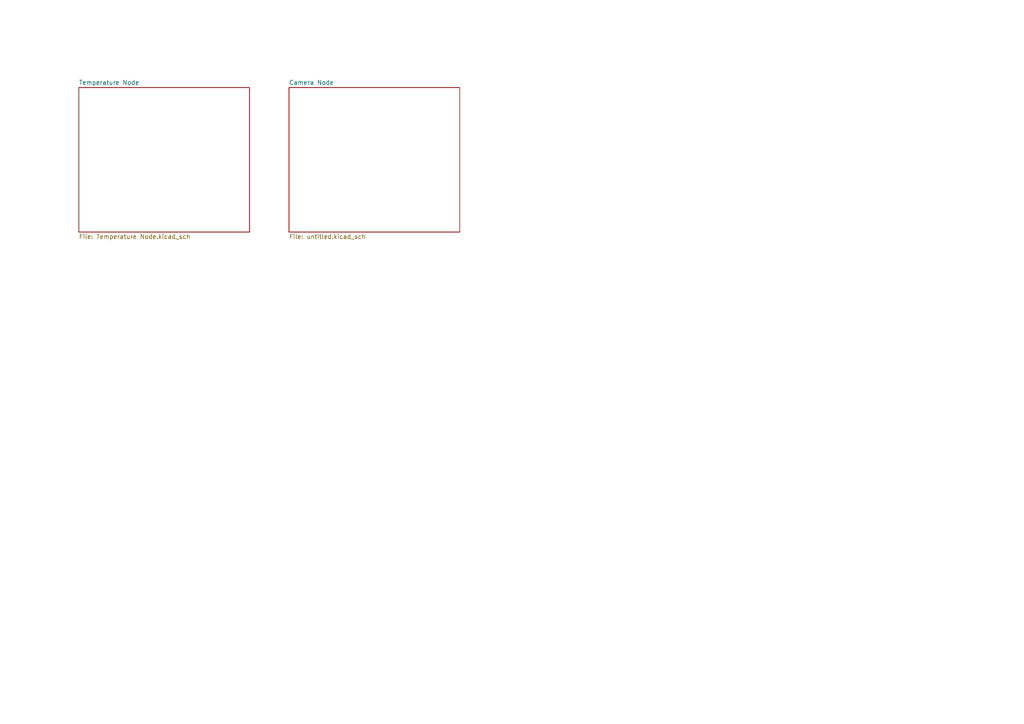
<source format=kicad_sch>
(kicad_sch
	(version 20231120)
	(generator "eeschema")
	(generator_version "8.0")
	(uuid "6c29cd97-0244-4eb2-8824-411c3c4117e7")
	(paper "A4")
	(lib_symbols)
	(sheet
		(at 22.86 25.4)
		(size 49.53 41.91)
		(fields_autoplaced yes)
		(stroke
			(width 0.1524)
			(type solid)
		)
		(fill
			(color 0 0 0 0.0000)
		)
		(uuid "4ceb46f9-95dc-4ed0-8e31-194926d39ede")
		(property "Sheetname" "Temperature Node"
			(at 22.86 24.6884 0)
			(effects
				(font
					(size 1.27 1.27)
				)
				(justify left bottom)
			)
		)
		(property "Sheetfile" "Temperature Node.kicad_sch"
			(at 22.86 67.8946 0)
			(effects
				(font
					(size 1.27 1.27)
				)
				(justify left top)
			)
		)
		(instances
			(project "input-nodes"
				(path "/6c29cd97-0244-4eb2-8824-411c3c4117e7"
					(page "2")
				)
			)
		)
	)
	(sheet
		(at 83.82 25.4)
		(size 49.53 41.91)
		(fields_autoplaced yes)
		(stroke
			(width 0.1524)
			(type solid)
		)
		(fill
			(color 0 0 0 0.0000)
		)
		(uuid "6e113371-4d94-49e7-95ab-1deddc30790b")
		(property "Sheetname" "Camera Node"
			(at 83.82 24.6884 0)
			(effects
				(font
					(size 1.27 1.27)
				)
				(justify left bottom)
			)
		)
		(property "Sheetfile" "untitled.kicad_sch"
			(at 83.82 67.8946 0)
			(effects
				(font
					(size 1.27 1.27)
				)
				(justify left top)
			)
		)
		(instances
			(project "input-nodes"
				(path "/6c29cd97-0244-4eb2-8824-411c3c4117e7"
					(page "3")
				)
			)
		)
	)
	(sheet_instances
		(path "/"
			(page "1")
		)
	)
)
</source>
